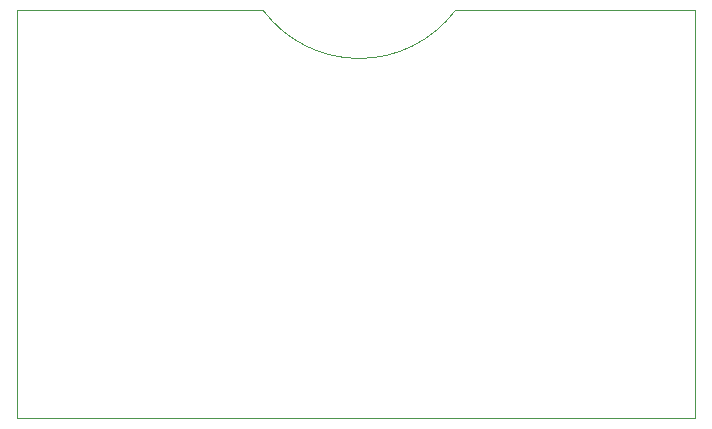
<source format=gbr>
%TF.GenerationSoftware,KiCad,Pcbnew,(5.1.8)-1*%
%TF.CreationDate,2021-01-17T19:24:47+01:00*%
%TF.ProjectId,Cirkel_Kalender,4369726b-656c-45f4-9b61-6c656e646572,rev?*%
%TF.SameCoordinates,Original*%
%TF.FileFunction,Profile,NP*%
%FSLAX46Y46*%
G04 Gerber Fmt 4.6, Leading zero omitted, Abs format (unit mm)*
G04 Created by KiCad (PCBNEW (5.1.8)-1) date 2021-01-17 19:24:47*
%MOMM*%
%LPD*%
G01*
G04 APERTURE LIST*
%TA.AperFunction,Profile*%
%ADD10C,0.050000*%
%TD*%
G04 APERTURE END LIST*
D10*
X36068000Y-150876000D02*
X15240000Y-150876000D01*
X52324000Y-150876000D02*
X72644000Y-150876000D01*
X52324000Y-150876000D02*
G75*
G02*
X36068000Y-150876000I-8128000J6096000D01*
G01*
X15240000Y-185420000D02*
X15240000Y-150876000D01*
X72644000Y-185420000D02*
X72644000Y-150876000D01*
X15240000Y-185420000D02*
X72644000Y-185420000D01*
M02*

</source>
